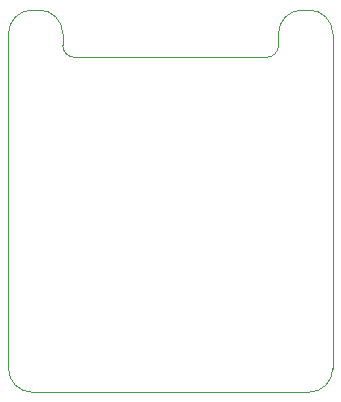
<source format=gm1>
G04 #@! TF.GenerationSoftware,KiCad,Pcbnew,(6.0.2)*
G04 #@! TF.CreationDate,2022-09-29T23:54:57+02:00*
G04 #@! TF.ProjectId,ESPBreakoutBoard-Min-Cutout,45535042-7265-4616-9b6f-7574426f6172,rev?*
G04 #@! TF.SameCoordinates,Original*
G04 #@! TF.FileFunction,Profile,NP*
%FSLAX46Y46*%
G04 Gerber Fmt 4.6, Leading zero omitted, Abs format (unit mm)*
G04 Created by KiCad (PCBNEW (6.0.2)) date 2022-09-29 23:54:57*
%MOMM*%
%LPD*%
G01*
G04 APERTURE LIST*
G04 #@! TA.AperFunction,Profile*
%ADD10C,0.050000*%
G04 #@! TD*
G04 APERTURE END LIST*
D10*
X136320000Y-94350000D02*
X136320000Y-66000000D01*
X140920000Y-66000000D02*
G75*
G03*
X138920000Y-64000000I-1999999J1D01*
G01*
X161180000Y-64000000D02*
G75*
G03*
X159180000Y-66000000I-1J-1999999D01*
G01*
X161180000Y-64000000D02*
X161780000Y-64000000D01*
X141920000Y-68000000D02*
X158180000Y-68000000D01*
X140920000Y-66000000D02*
X140920000Y-67000000D01*
X161780000Y-96350000D02*
G75*
G03*
X163780000Y-94350000I1J1999999D01*
G01*
X163780000Y-66000000D02*
G75*
G03*
X161780000Y-64000000I-1999999J1D01*
G01*
X140920000Y-67000000D02*
G75*
G03*
X141920000Y-68000000I999999J-1D01*
G01*
X159180000Y-66000000D02*
X159180000Y-67000000D01*
X136320000Y-94350000D02*
G75*
G03*
X138320000Y-96350000I1999999J-1D01*
G01*
X138320000Y-64000000D02*
X138920000Y-64000000D01*
X158180000Y-68000000D02*
G75*
G03*
X159180000Y-67000000I1J999999D01*
G01*
X161780000Y-96350000D02*
X138320000Y-96350000D01*
X138320000Y-64000000D02*
G75*
G03*
X136320000Y-66000000I-1J-1999999D01*
G01*
X163780000Y-66000000D02*
X163780000Y-94350000D01*
M02*

</source>
